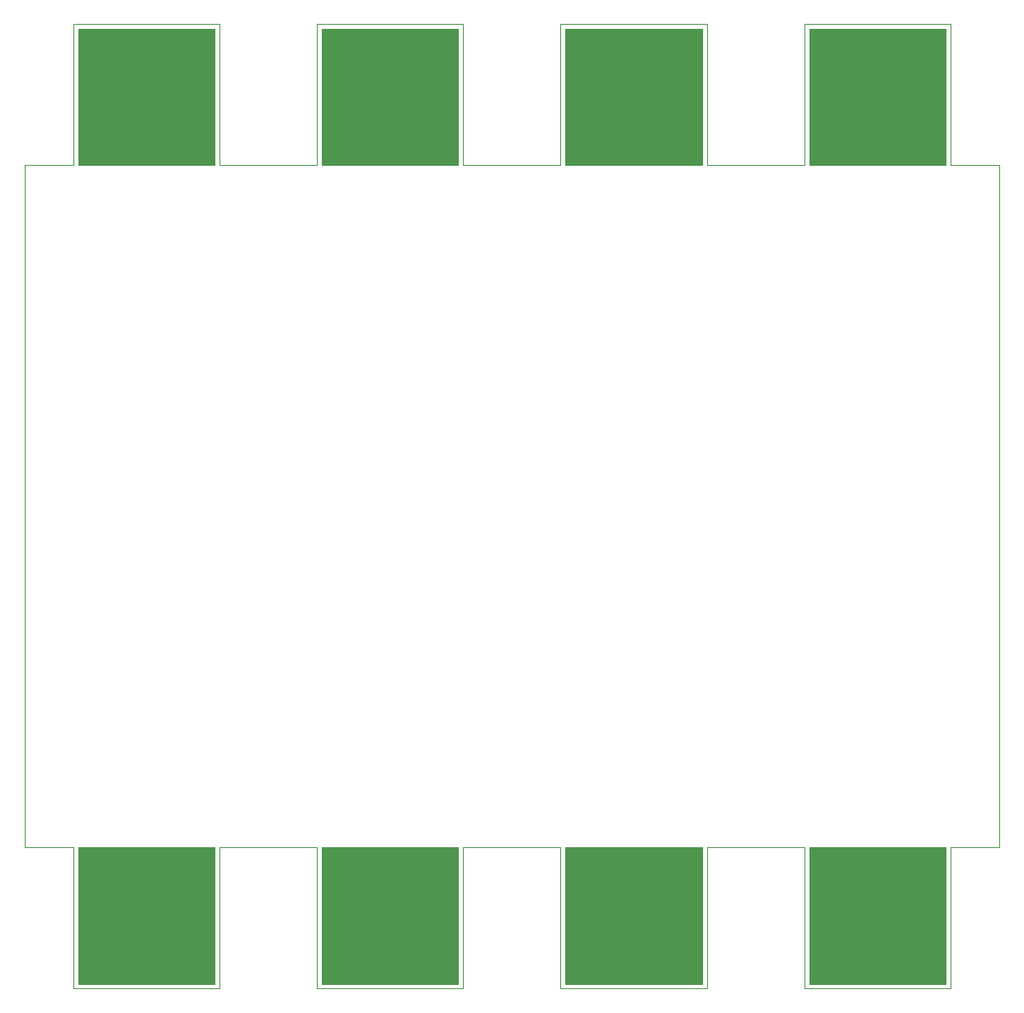
<source format=gbr>
G04 #@! TF.GenerationSoftware,KiCad,Pcbnew,(5.1.6)-1*
G04 #@! TF.CreationDate,2020-09-11T21:59:46+04:00*
G04 #@! TF.ProjectId,Triple-five,54726970-6c65-42d6-9669-76652e6b6963,rev?*
G04 #@! TF.SameCoordinates,Original*
G04 #@! TF.FileFunction,Paste,Top*
G04 #@! TF.FilePolarity,Positive*
%FSLAX46Y46*%
G04 Gerber Fmt 4.6, Leading zero omitted, Abs format (unit mm)*
G04 Created by KiCad (PCBNEW (5.1.6)-1) date 2020-09-11 21:59:46*
%MOMM*%
%LPD*%
G01*
G04 APERTURE LIST*
%ADD10C,0.100000*%
G04 #@! TA.AperFunction,Profile*
%ADD11C,0.050000*%
G04 #@! TD*
G04 APERTURE END LIST*
D10*
G36*
X185000000Y-142250000D02*
G01*
X171000000Y-142250000D01*
X171000000Y-128250000D01*
X185000000Y-128250000D01*
X185000000Y-142250000D01*
G37*
X185000000Y-142250000D02*
X171000000Y-142250000D01*
X171000000Y-128250000D01*
X185000000Y-128250000D01*
X185000000Y-142250000D01*
G36*
X160000000Y-142250000D02*
G01*
X146000000Y-142250000D01*
X146000000Y-128250000D01*
X160000000Y-128250000D01*
X160000000Y-142250000D01*
G37*
X160000000Y-142250000D02*
X146000000Y-142250000D01*
X146000000Y-128250000D01*
X160000000Y-128250000D01*
X160000000Y-142250000D01*
G36*
X135000000Y-142250000D02*
G01*
X121000000Y-142250000D01*
X121000000Y-128250000D01*
X135000000Y-128250000D01*
X135000000Y-142250000D01*
G37*
X135000000Y-142250000D02*
X121000000Y-142250000D01*
X121000000Y-128250000D01*
X135000000Y-128250000D01*
X135000000Y-142250000D01*
G36*
X210000000Y-142250000D02*
G01*
X196000000Y-142250000D01*
X196000000Y-128250000D01*
X210000000Y-128250000D01*
X210000000Y-142250000D01*
G37*
X210000000Y-142250000D02*
X196000000Y-142250000D01*
X196000000Y-128250000D01*
X210000000Y-128250000D01*
X210000000Y-142250000D01*
G36*
X210000000Y-58250000D02*
G01*
X196000000Y-58250000D01*
X196000000Y-44250000D01*
X210000000Y-44250000D01*
X210000000Y-58250000D01*
G37*
X210000000Y-58250000D02*
X196000000Y-58250000D01*
X196000000Y-44250000D01*
X210000000Y-44250000D01*
X210000000Y-58250000D01*
G36*
X185000000Y-58250000D02*
G01*
X171000000Y-58250000D01*
X171000000Y-44250000D01*
X185000000Y-44250000D01*
X185000000Y-58250000D01*
G37*
X185000000Y-58250000D02*
X171000000Y-58250000D01*
X171000000Y-44250000D01*
X185000000Y-44250000D01*
X185000000Y-58250000D01*
G36*
X160000000Y-58250000D02*
G01*
X146000000Y-58250000D01*
X146000000Y-44250000D01*
X160000000Y-44250000D01*
X160000000Y-58250000D01*
G37*
X160000000Y-58250000D02*
X146000000Y-58250000D01*
X146000000Y-44250000D01*
X160000000Y-44250000D01*
X160000000Y-58250000D01*
G36*
X135000000Y-58250000D02*
G01*
X121000000Y-58250000D01*
X121000000Y-44250000D01*
X135000000Y-44250000D01*
X135000000Y-58250000D01*
G37*
X135000000Y-58250000D02*
X121000000Y-58250000D01*
X121000000Y-44250000D01*
X135000000Y-44250000D01*
X135000000Y-58250000D01*
D11*
X115500000Y-128250000D02*
X115500000Y-58250000D01*
X120500000Y-128250000D02*
X115500000Y-128250000D01*
X120500000Y-142750000D02*
X120500000Y-128250000D01*
X135500000Y-142750000D02*
X120500000Y-142750000D01*
X135500000Y-128250000D02*
X135500000Y-142750000D01*
X145500000Y-128250000D02*
X135500000Y-128250000D01*
X145500000Y-142750000D02*
X145500000Y-128250000D01*
X160500000Y-142750000D02*
X145500000Y-142750000D01*
X160500000Y-128250000D02*
X160500000Y-142750000D01*
X170500000Y-128250000D02*
X160500000Y-128250000D01*
X170500000Y-142750000D02*
X170500000Y-128250000D01*
X185500000Y-142750000D02*
X170500000Y-142750000D01*
X185500000Y-128250000D02*
X185500000Y-142750000D01*
X195500000Y-128250000D02*
X185500000Y-128250000D01*
X195500000Y-142750000D02*
X195500000Y-128250000D01*
X210500000Y-142750000D02*
X195500000Y-142750000D01*
X210500000Y-128250000D02*
X210500000Y-142750000D01*
X215500000Y-128250000D02*
X210500000Y-128250000D01*
X215500000Y-58250000D02*
X215500000Y-128250000D01*
X210500000Y-58250000D02*
X215500000Y-58250000D01*
X210500000Y-43750000D02*
X210500000Y-58250000D01*
X195500000Y-43750000D02*
X210500000Y-43750000D01*
X195500000Y-58250000D02*
X195500000Y-43750000D01*
X185500000Y-58250000D02*
X195500000Y-58250000D01*
X185500000Y-43750000D02*
X185500000Y-58250000D01*
X170500000Y-43750000D02*
X185500000Y-43750000D01*
X170500000Y-58250000D02*
X170500000Y-43750000D01*
X160500000Y-58250000D02*
X170500000Y-58250000D01*
X160500000Y-43750000D02*
X160500000Y-58250000D01*
X145500000Y-43750000D02*
X160500000Y-43750000D01*
X145500000Y-58250000D02*
X145500000Y-43750000D01*
X135500000Y-58250000D02*
X145500000Y-58250000D01*
X135500000Y-43750000D02*
X135500000Y-58250000D01*
X120500000Y-43750000D02*
X135500000Y-43750000D01*
X120500000Y-58250000D02*
X120500000Y-43750000D01*
X115500000Y-58250000D02*
X120500000Y-58250000D01*
M02*

</source>
